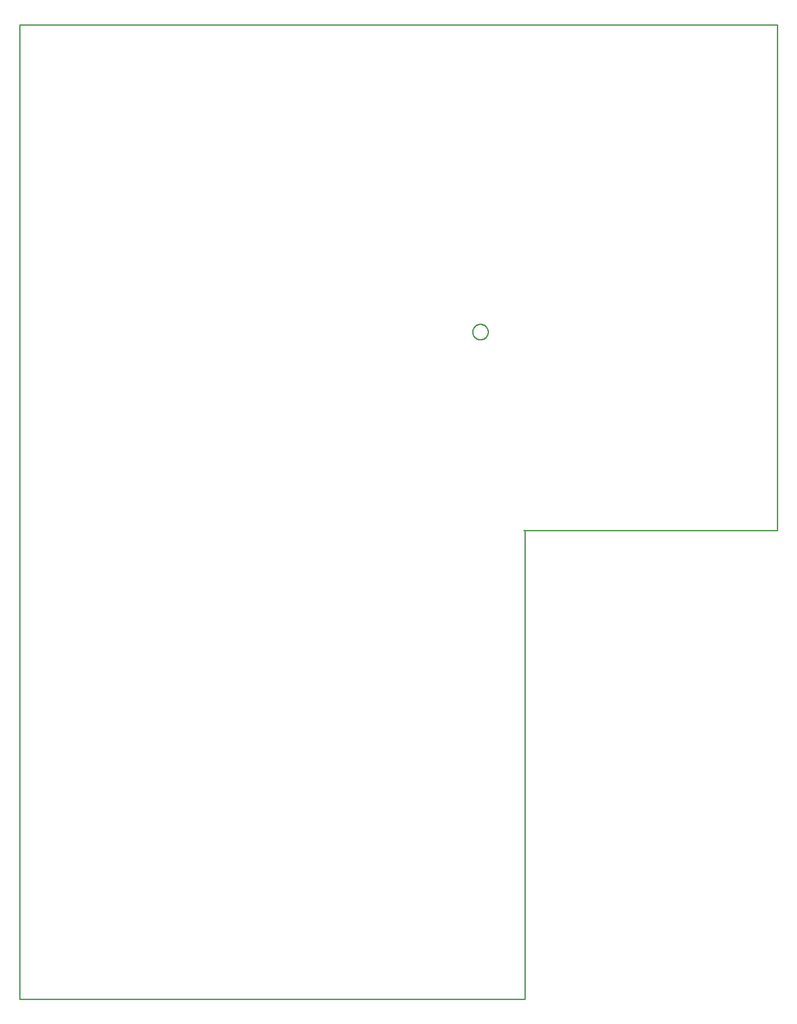
<source format=gko>
%FSDAX23Y23*%
%MOIN*%
%SFA1B1*%

%IPPOS*%
%ADD37C,0.010000*%
%LNde-130817-1*%
%LPD*%
G54D37*
X04885Y06485D02*
D01*
X04885Y06489*
X04884Y06493*
X04883Y06497*
X04882Y06501*
X04881Y06505*
X04879Y06509*
X04878Y06513*
X04876Y06516*
X04873Y06520*
X04871Y06523*
X04868Y06526*
X04865Y06529*
X04862Y06532*
X04858Y06534*
X04855Y06537*
X04851Y06539*
X04847Y06540*
X04843Y06542*
X04839Y06543*
X04835Y06544*
X04831Y06544*
X04827Y06545*
X04822*
X04818Y06544*
X04814Y06544*
X04810Y06543*
X04806Y06542*
X04802Y06540*
X04798Y06539*
X04794Y06537*
X04791Y06534*
X04787Y06532*
X04784Y06529*
X04781Y06526*
X04778Y06523*
X04776Y06520*
X04773Y06516*
X04771Y06513*
X04770Y06509*
X04768Y06505*
X04767Y06501*
X04766Y06497*
X04765Y06493*
X04764Y06489*
X04764Y06485*
X04764Y06480*
X04765Y06476*
X04766Y06472*
X04767Y06468*
X04768Y06464*
X04770Y06460*
X04771Y06456*
X04773Y06453*
X04776Y06449*
X04778Y06446*
X04781Y06443*
X04784Y06440*
X04787Y06437*
X04791Y06435*
X04794Y06432*
X04798Y06430*
X04802Y06429*
X04806Y06427*
X04810Y06426*
X04814Y06425*
X04818Y06425*
X04822Y06424*
X04827*
X04831Y06425*
X04835Y06425*
X04839Y06426*
X04843Y06427*
X04847Y06429*
X04851Y06430*
X04855Y06432*
X04858Y06435*
X04862Y06437*
X04865Y06440*
X04868Y06443*
X04871Y06446*
X04873Y06449*
X04876Y06453*
X04878Y06456*
X04879Y06460*
X04881Y06464*
X04882Y06468*
X04883Y06472*
X04884Y06476*
X04885Y06480*
X04885Y06485*
X01235Y01290D02*
X05172D01*
X01235D02*
Y08874D01*
X05172Y01290D02*
Y04858D01*
X01235Y08874D02*
X07140D01*
X05163Y04937D02*
X07140D01*
X05172Y04858D02*
Y04937D01*
X07140Y04938D02*
Y08874D01*
M02*
</source>
